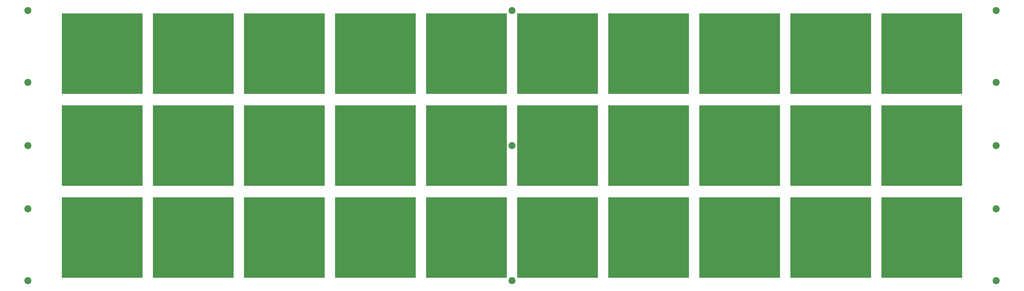
<source format=gbs>
G04 Layer: BottomSolderMaskLayer*
G04 EasyEDA v6.5.34, 2023-08-21 18:11:39*
G04 960434acb54549deb8d315a4818e8252,5a6b42c53f6a479593ecc07194224c93,10*
G04 Gerber Generator version 0.2*
G04 Scale: 100 percent, Rotated: No, Reflected: No *
G04 Dimensions in millimeters *
G04 leading zeros omitted , absolute positions ,4 integer and 5 decimal *
%FSLAX45Y45*%
%MOMM*%

%ADD10C,3.1016*%

%LPD*%
D10*
G01*
X2794000Y635000D03*
G01*
X2794000Y12573000D03*
G01*
X2794000Y6604000D03*
G01*
X45466000Y635000D03*
G01*
X45466000Y6604000D03*
G01*
X45466000Y12573000D03*
G01*
X24130000Y635000D03*
G01*
X24130000Y6604000D03*
G01*
X24130000Y12573000D03*
G01*
X2794000Y3810000D03*
G01*
X2794000Y9398000D03*
G01*
X45466000Y3810000D03*
G01*
X45466000Y9398000D03*
G36*
X4292600Y4318000D02*
G01*
X7848600Y4318000D01*
X7848600Y762000D01*
X4292600Y762000D01*
G37*
G36*
X4292600Y8382000D02*
G01*
X7848600Y8382000D01*
X7848600Y4826000D01*
X4292600Y4826000D01*
G37*
G36*
X4292600Y12446000D02*
G01*
X7848600Y12446000D01*
X7848600Y8890000D01*
X4292600Y8890000D01*
G37*
G36*
X8305800Y4318000D02*
G01*
X11861800Y4318000D01*
X11861800Y762000D01*
X8305800Y762000D01*
G37*
G36*
X8305800Y12446000D02*
G01*
X11861800Y12446000D01*
X11861800Y8890000D01*
X8305800Y8890000D01*
G37*
G36*
X8305800Y8382000D02*
G01*
X11861800Y8382000D01*
X11861800Y4826000D01*
X8305800Y4826000D01*
G37*
G36*
X12319000Y12446000D02*
G01*
X15875000Y12446000D01*
X15875000Y8890000D01*
X12319000Y8890000D01*
G37*
G36*
X12319000Y8382000D02*
G01*
X15875000Y8382000D01*
X15875000Y4826000D01*
X12319000Y4826000D01*
G37*
G36*
X12319000Y4318000D02*
G01*
X15875000Y4318000D01*
X15875000Y762000D01*
X12319000Y762000D01*
G37*
G36*
X16332200Y12446000D02*
G01*
X19888200Y12446000D01*
X19888200Y8890000D01*
X16332200Y8890000D01*
G37*
G36*
X16332200Y8382000D02*
G01*
X19888200Y8382000D01*
X19888200Y4826000D01*
X16332200Y4826000D01*
G37*
G36*
X16332200Y4318000D02*
G01*
X19888200Y4318000D01*
X19888200Y762000D01*
X16332200Y762000D01*
G37*
G36*
X20345400Y12446000D02*
G01*
X23901400Y12446000D01*
X23901400Y8890000D01*
X20345400Y8890000D01*
G37*
G36*
X20345400Y8382000D02*
G01*
X23901400Y8382000D01*
X23901400Y4826000D01*
X20345400Y4826000D01*
G37*
G36*
X20345400Y4318000D02*
G01*
X23901400Y4318000D01*
X23901400Y762000D01*
X20345400Y762000D01*
G37*
G36*
X24358600Y12446000D02*
G01*
X27914600Y12446000D01*
X27914600Y8890000D01*
X24358600Y8890000D01*
G37*
G36*
X24358600Y8382000D02*
G01*
X27914600Y8382000D01*
X27914600Y4826000D01*
X24358600Y4826000D01*
G37*
G36*
X24358600Y4318000D02*
G01*
X27914600Y4318000D01*
X27914600Y762000D01*
X24358600Y762000D01*
G37*
G36*
X28371800Y12446000D02*
G01*
X31927800Y12446000D01*
X31927800Y8890000D01*
X28371800Y8890000D01*
G37*
G36*
X28371800Y8382000D02*
G01*
X31927800Y8382000D01*
X31927800Y4826000D01*
X28371800Y4826000D01*
G37*
G36*
X28371800Y4318000D02*
G01*
X31927800Y4318000D01*
X31927800Y762000D01*
X28371800Y762000D01*
G37*
G36*
X32385000Y12446000D02*
G01*
X35941000Y12446000D01*
X35941000Y8890000D01*
X32385000Y8890000D01*
G37*
G36*
X32385000Y8382000D02*
G01*
X35941000Y8382000D01*
X35941000Y4826000D01*
X32385000Y4826000D01*
G37*
G36*
X32385000Y4318000D02*
G01*
X35941000Y4318000D01*
X35941000Y762000D01*
X32385000Y762000D01*
G37*
G36*
X36398200Y12446000D02*
G01*
X39954200Y12446000D01*
X39954200Y8890000D01*
X36398200Y8890000D01*
G37*
G36*
X36398200Y8382000D02*
G01*
X39954200Y8382000D01*
X39954200Y4826000D01*
X36398200Y4826000D01*
G37*
G36*
X36398200Y4318000D02*
G01*
X39954200Y4318000D01*
X39954200Y762000D01*
X36398200Y762000D01*
G37*
G36*
X40411400Y12446000D02*
G01*
X43967400Y12446000D01*
X43967400Y8890000D01*
X40411400Y8890000D01*
G37*
G36*
X40411400Y8382000D02*
G01*
X43967400Y8382000D01*
X43967400Y4826000D01*
X40411400Y4826000D01*
G37*
G36*
X40411400Y4318000D02*
G01*
X43967400Y4318000D01*
X43967400Y762000D01*
X40411400Y762000D01*
G37*
M02*

</source>
